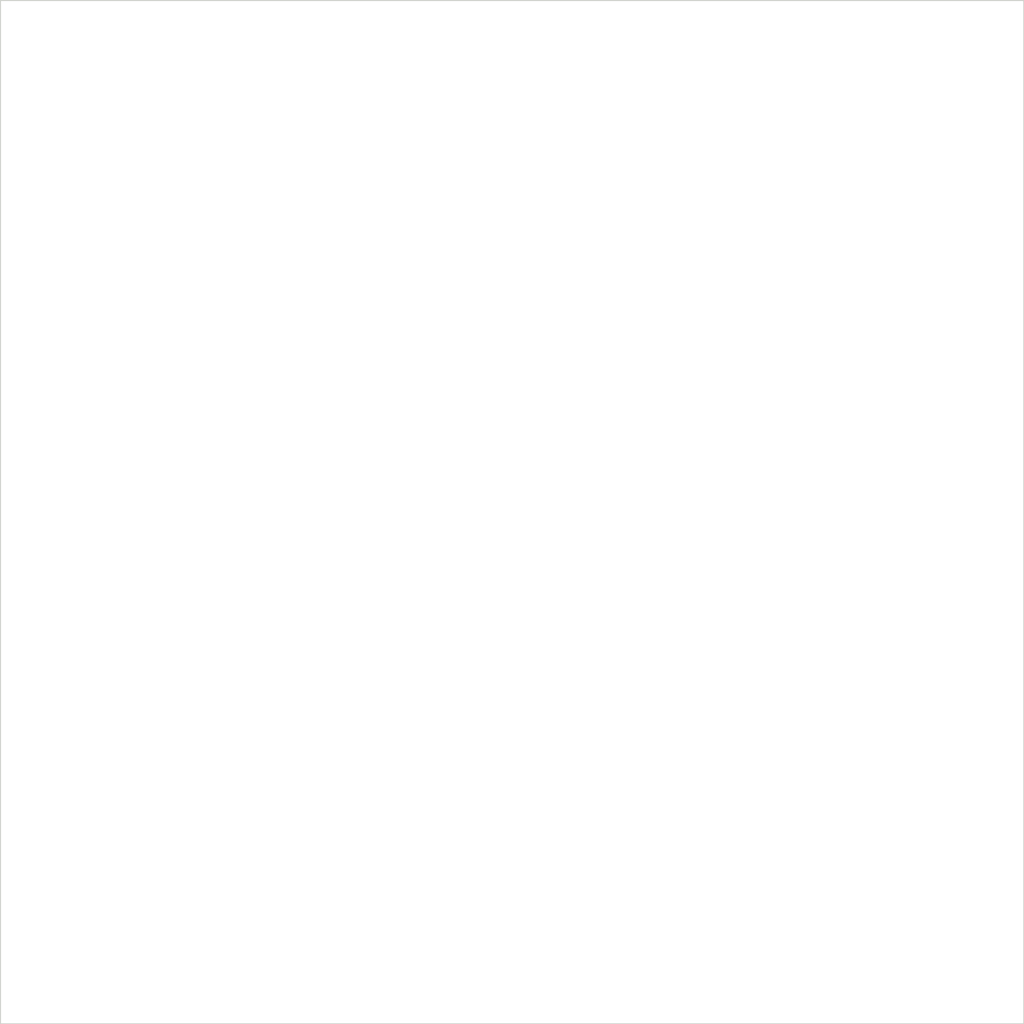
<source format=kicad_pcb>
(kicad_pcb (version 20211014) (generator pcbnew)

  (general
    (thickness 1.6)
  )

  (paper "A4")
  (title_block
    (title "Project Title")
    (date "Date")
    (rev "REV")
    (comment 2 "<REPO-URL>")
    (comment 3 "Licensed under CERN-OHL-W v2")
    (comment 4 "Copyright © 2022 Adrien Kohlbecker")
  )

  (layers
    (0 "F.Cu" signal)
    (1 "In1.Cu" signal)
    (2 "In2.Cu" signal)
    (31 "B.Cu" signal)
    (32 "B.Adhes" user "B.Adhesive")
    (33 "F.Adhes" user "F.Adhesive")
    (34 "B.Paste" user)
    (35 "F.Paste" user)
    (36 "B.SilkS" user "B.Silkscreen")
    (37 "F.SilkS" user "F.Silkscreen")
    (38 "B.Mask" user)
    (39 "F.Mask" user)
    (40 "Dwgs.User" user "User.Drawings")
    (41 "Cmts.User" user "User.Comments")
    (42 "Eco1.User" user "User.Eco1")
    (43 "Eco2.User" user "User.Eco2")
    (44 "Edge.Cuts" user)
    (45 "Margin" user)
    (46 "B.CrtYd" user "B.Courtyard")
    (47 "F.CrtYd" user "F.Courtyard")
    (48 "B.Fab" user)
    (49 "F.Fab" user)
    (50 "User.1" user)
    (51 "User.2" user)
    (52 "User.3" user)
    (53 "User.4" user)
    (54 "User.5" user)
    (55 "User.6" user)
    (56 "User.7" user)
    (57 "User.8" user)
    (58 "User.9" user)
  )

  (setup
    (stackup
      (layer "F.SilkS" (type "Top Silk Screen"))
      (layer "F.Paste" (type "Top Solder Paste"))
      (layer "F.Mask" (type "Top Solder Mask") (thickness 0.01))
      (layer "F.Cu" (type "copper") (thickness 0.035))
      (layer "dielectric 1" (type "core") (thickness 0.48) (material "FR4") (epsilon_r 4.5) (loss_tangent 0.02))
      (layer "In1.Cu" (type "copper") (thickness 0.035))
      (layer "dielectric 2" (type "prepreg") (thickness 0.48) (material "FR4") (epsilon_r 4.5) (loss_tangent 0.02))
      (layer "In2.Cu" (type "copper") (thickness 0.035))
      (layer "dielectric 3" (type "core") (thickness 0.48) (material "FR4") (epsilon_r 4.5) (loss_tangent 0.02))
      (layer "B.Cu" (type "copper") (thickness 0.035))
      (layer "B.Mask" (type "Bottom Solder Mask") (thickness 0.01))
      (layer "B.Paste" (type "Bottom Solder Paste"))
      (layer "B.SilkS" (type "Bottom Silk Screen"))
      (copper_finish "None")
      (dielectric_constraints no)
    )
    (pad_to_mask_clearance 0)
    (aux_axis_origin 101.6 50.8)
    (pcbplotparams
      (layerselection 0x00010fc_ffffffff)
      (disableapertmacros false)
      (usegerberextensions true)
      (usegerberattributes false)
      (usegerberadvancedattributes false)
      (creategerberjobfile false)
      (svguseinch false)
      (svgprecision 6)
      (excludeedgelayer true)
      (plotframeref false)
      (viasonmask false)
      (mode 1)
      (useauxorigin false)
      (hpglpennumber 1)
      (hpglpenspeed 20)
      (hpglpendiameter 15.000000)
      (dxfpolygonmode true)
      (dxfimperialunits true)
      (dxfusepcbnewfont true)
      (psnegative false)
      (psa4output false)
      (plotreference true)
      (plotvalue true)
      (plotinvisibletext false)
      (sketchpadsonfab false)
      (subtractmaskfromsilk true)
      (outputformat 1)
      (mirror false)
      (drillshape 0)
      (scaleselection 1)
      (outputdirectory "gerbers")
    )
  )

  (net 0 "")

  (gr_line (start 101.6 150.8) (end 201.6 150.8) (layer "Edge.Cuts") (width 0.1) (tstamp 0cc9bf07-55b9-458f-b8aa-41b2f51fa940))
  (gr_line (start 201.6 150.8) (end 201.6 50.8) (layer "Edge.Cuts") (width 0.1) (tstamp 15699041-ed40-45ee-87d8-f5e206a88536))
  (gr_line (start 101.6 50.8) (end 101.6 150.8) (layer "Edge.Cuts") (width 0.1) (tstamp 3f43d730-2a73-49fe-9672-32428e7f5b49))
  (gr_line (start 101.6 50.8) (end 201.6 50.8) (layer "Edge.Cuts") (width 0.1) (tstamp c9667181-b3c7-4b01-b8b4-baa29a9aea63))

  (zone (net 0) (net_name "") (layers "In1.Cu" "In2.Cu") (tstamp b5a295e3-812f-4434-9e6c-9d6174241819) (hatch edge 0.508)
    (connect_pads (clearance 0.33))
    (min_thickness 0.127) (filled_areas_thickness no)
    (fill yes (thermal_gap 0.508) (thermal_bridge_width 0.508))
    (polygon
      (pts
        (xy 201.6 50.8)
        (xy 201.6 150.8)
        (xy 101.6 150.8)
        (xy 101.6 50.8)
      )
    )
    (filled_polygon
      (layer "In1.Cu")
      (island)
      (pts
        (xy 201.251194 51.148806)
        (xy 201.2695 51.193)
        (xy 201.2695 150.407)
        (xy 201.251194 150.451194)
        (xy 201.207 150.4695)
        (xy 101.993 150.4695)
        (xy 101.948806 150.451194)
        (xy 101.9305 150.407)
        (xy 101.9305 51.193)
        (xy 101.948806 51.148806)
        (xy 101.993 51.1305)
        (xy 201.207 51.1305)
      )
    )
    (filled_polygon
      (layer "In2.Cu")
      (island)
      (pts
        (xy 201.251194 51.148806)
        (xy 201.2695 51.193)
        (xy 201.2695 150.407)
        (xy 201.251194 150.451194)
        (xy 201.207 150.4695)
        (xy 101.993 150.4695)
        (xy 101.948806 150.451194)
        (xy 101.9305 150.407)
        (xy 101.9305 51.193)
        (xy 101.948806 51.148806)
        (xy 101.993 51.1305)
        (xy 201.207 51.1305)
      )
    )
  )
)

</source>
